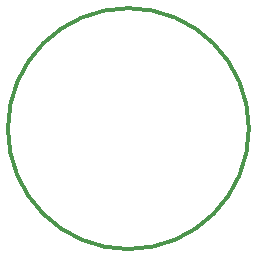
<source format=gbr>
G04 #@! TF.GenerationSoftware,KiCad,Pcbnew,8.0.0*
G04 #@! TF.CreationDate,2024-07-21T16:15:31-03:00*
G04 #@! TF.ProjectId,STM32XP,53544d33-3258-4502-9e6b-696361645f70,00*
G04 #@! TF.SameCoordinates,Original*
G04 #@! TF.FileFunction,OtherDrawing,Comment*
%FSLAX46Y46*%
G04 Gerber Fmt 4.6, Leading zero omitted, Abs format (unit mm)*
G04 Created by KiCad (PCBNEW 8.0.0) date 2024-07-21 16:15:31*
%MOMM*%
%LPD*%
G01*
G04 APERTURE LIST*
%ADD10C,0.300000*%
G04 APERTURE END LIST*
D10*
G04 #@! TO.C,BT1*
X160200000Y-100000000D02*
G75*
G02*
X139800000Y-100000000I-10200000J0D01*
G01*
X139800000Y-100000000D02*
G75*
G02*
X160200000Y-100000000I10200000J0D01*
G01*
G04 #@! TD*
M02*

</source>
